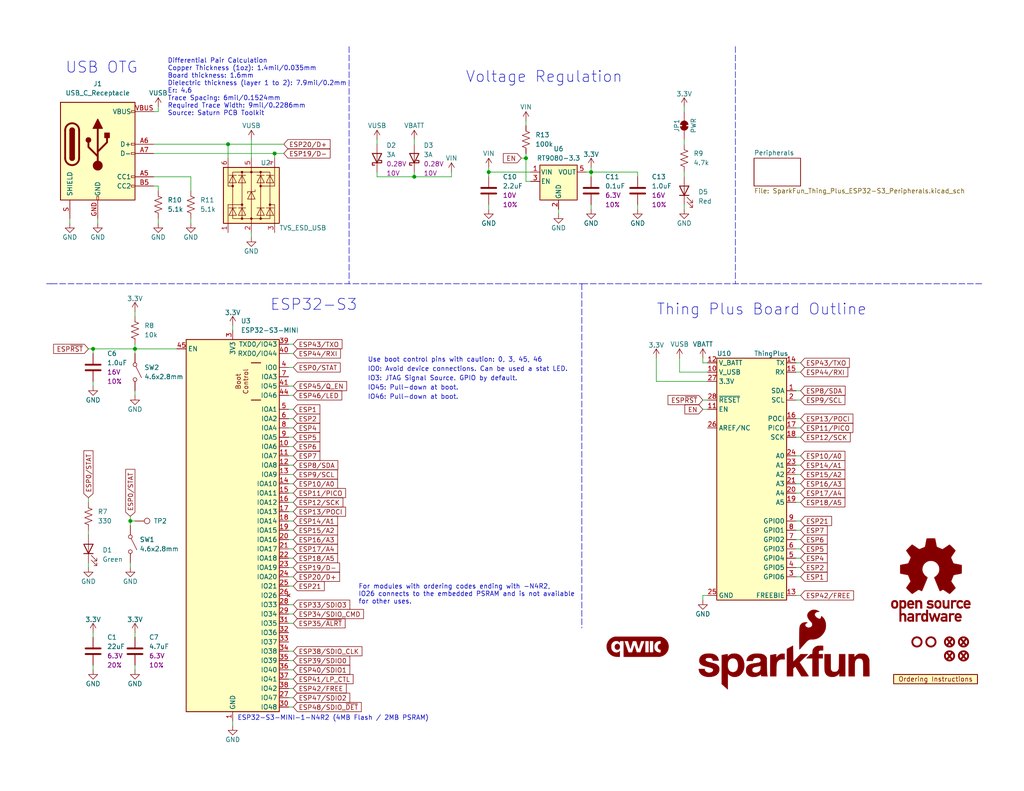
<source format=kicad_sch>
(kicad_sch (version 20230121) (generator eeschema)
  (paper "USLetter")
  (title_block (title "ESP32 Thing Plus ESP32-S3") (date "2023-07-28") (rev "v10") (comment 1 "Designed by: N.Seidle"))
  (junction (at 35.56 142.24))
  (junction (at 74.93 41.91))
  (junction (at 25.4 95.25))
  (junction (at 62.23 39.37))
  (junction (at 113.03 48.26))
  (junction (at 133.35 46.99))
  (junction (at 143.51 43.18))
  (junction (at 36.83 95.25))
  (junction (at 161.29 46.99))
  (wire (pts (xy 217.17 152.4) (xy 218.44 152.4)))
  (wire (pts (xy 43.18 60.96) (xy 43.18 59.69)))
  (wire (pts (xy 143.51 41.91) (xy 143.51 43.18)))
  (wire (pts (xy 218.44 134.62) (xy 217.17 134.62)))
  (wire (pts (xy 186.69 55.88) (xy 186.69 57.15)))
  (wire (pts (xy 161.29 45.72) (xy 161.29 46.99)))
  (wire (pts (xy 191.77 162.56) (xy 191.77 163.83)))
  (wire (pts (xy 78.74 107.95) (xy 80.01 107.95)))
  (wire (pts (xy 173.99 55.88) (xy 173.99 57.15)))
  (wire (pts (xy 74.93 41.91) (xy 77.47 41.91)))
  (wire (pts (xy 63.5 88.9) (xy 63.5 90.17)))
  (wire (pts (xy 217.17 101.6) (xy 218.44 101.6)))
  (wire (pts (xy 161.29 46.99) (xy 161.29 48.26)))
  (wire (pts (xy 185.42 101.6) (xy 185.42 97.79)))
  (wire (pts (xy 217.17 99.06) (xy 218.44 99.06)))
  (wire (pts (xy 217.17 144.78) (xy 218.44 144.78)))
  (wire (pts (xy 133.35 55.88) (xy 133.35 57.15)))
  (wire (pts (xy 102.87 46.99) (xy 102.87 48.26)))
  (wire (pts (xy 102.87 38.1) (xy 102.87 39.37)))
  (wire (pts (xy 78.74 134.62) (xy 80.01 134.62)))
  (wire (pts (xy 63.5 198.12) (xy 63.5 196.85)))
  (wire (pts (xy 78.74 193.04) (xy 80.01 193.04)))
  (wire (pts (xy 78.74 100.33) (xy 80.01 100.33)))
  (wire (pts (xy 78.74 127) (xy 80.01 127)))
  (wire (pts (xy 78.74 111.76) (xy 80.01 111.76)))
  (wire (pts (xy 78.74 144.78) (xy 80.01 144.78)))
  (wire (pts (xy 78.74 139.7) (xy 80.01 139.7)))
  (wire (pts (xy 78.74 116.84) (xy 80.01 116.84)))
  (wire (pts (xy 186.69 48.26) (xy 186.69 46.99)))
  (wire (pts (xy 36.83 142.24) (xy 35.56 142.24)))
  (wire (pts (xy 78.74 124.46) (xy 80.01 124.46)))
  (wire (pts (xy 78.74 160.02) (xy 80.01 160.02)))
  (wire (pts (xy 52.07 60.96) (xy 52.07 59.69)))
  (wire (pts (xy 43.18 50.8) (xy 43.18 52.07)))
  (wire (pts (xy 35.56 140.97) (xy 35.56 142.24)))
  (wire (pts (xy 78.74 93.98) (xy 80.01 93.98)))
  (wire (pts (xy 217.17 114.3) (xy 218.44 114.3)))
  (wire (pts (xy 36.83 85.09) (xy 36.83 86.36)))
  (wire (pts (xy 142.24 43.18) (xy 143.51 43.18)))
  (wire (pts (xy 78.74 182.88) (xy 80.01 182.88)))
  (wire (pts (xy 193.04 162.56) (xy 191.77 162.56)))
  (wire (pts (xy 186.69 39.37) (xy 186.69 38.1)))
  (wire (pts (xy 217.17 162.56) (xy 218.44 162.56)))
  (polyline (pts (xy 13.97 77.47) (xy 158.75 77.47)) (stroke (width 0) (type dash)))
  (wire (pts (xy 193.04 104.14) (xy 179.07 104.14)))
  (wire (pts (xy 217.17 149.86) (xy 218.44 149.86)))
  (wire (pts (xy 25.4 173.99) (xy 25.4 172.72)))
  (wire (pts (xy 78.74 157.48) (xy 80.01 157.48)))
  (wire (pts (xy 217.17 142.24) (xy 218.44 142.24)))
  (wire (pts (xy 191.77 99.06) (xy 191.77 97.79)))
  (polyline (pts (xy 158.75 77.47) (xy 267.97 77.47)) (stroke (width 0) (type dash)))
  (wire (pts (xy 218.44 137.16) (xy 217.17 137.16)))
  (wire (pts (xy 36.83 95.25) (xy 48.26 95.25)))
  (wire (pts (xy 218.44 129.54) (xy 217.17 129.54)))
  (wire (pts (xy 78.74 96.52) (xy 80.01 96.52)))
  (wire (pts (xy 24.13 135.89) (xy 24.13 137.16)))
  (wire (pts (xy 152.4 57.15) (xy 152.4 58.42)))
  (wire (pts (xy 102.87 48.26) (xy 113.03 48.26)))
  (wire (pts (xy 36.83 173.99) (xy 36.83 172.72)))
  (wire (pts (xy 41.91 50.8) (xy 43.18 50.8)))
  (wire (pts (xy 133.35 45.72) (xy 133.35 46.99)))
  (wire (pts (xy 78.74 152.4) (xy 80.01 152.4)))
  (polyline (pts (xy 158.75 77.47) (xy 158.75 171.45)) (stroke (width 0) (type dash)))
  (wire (pts (xy 24.13 144.78) (xy 24.13 146.05)))
  (wire (pts (xy 25.4 182.88) (xy 25.4 181.61)))
  (wire (pts (xy 143.51 33.02) (xy 143.51 34.29)))
  (wire (pts (xy 78.74 177.8) (xy 80.01 177.8)))
  (wire (pts (xy 25.4 95.25) (xy 25.4 96.52)))
  (wire (pts (xy 68.58 38.1) (xy 68.58 43.18)))
  (wire (pts (xy 78.74 105.41) (xy 80.01 105.41)))
  (wire (pts (xy 74.93 41.91) (xy 74.93 43.18)))
  (wire (pts (xy 217.17 154.94) (xy 218.44 154.94)))
  (wire (pts (xy 78.74 142.24) (xy 80.01 142.24)))
  (wire (pts (xy 133.35 46.99) (xy 144.78 46.99)))
  (wire (pts (xy 78.74 114.3) (xy 80.01 114.3)))
  (wire (pts (xy 78.74 165.1) (xy 80.01 165.1)))
  (wire (pts (xy 41.91 48.26) (xy 52.07 48.26)))
  (wire (pts (xy 186.69 29.21) (xy 186.69 30.48)))
  (wire (pts (xy 78.74 154.94) (xy 80.01 154.94)))
  (wire (pts (xy 36.83 182.88) (xy 36.83 181.61)))
  (wire (pts (xy 191.77 109.22) (xy 193.04 109.22)))
  (wire (pts (xy 24.13 95.25) (xy 25.4 95.25)))
  (wire (pts (xy 78.74 129.54) (xy 80.01 129.54)))
  (wire (pts (xy 217.17 116.84) (xy 218.44 116.84)))
  (wire (pts (xy 218.44 127) (xy 217.17 127)))
  (polyline (pts (xy 12.7 77.47) (xy 13.97 77.47)) (stroke (width 0) (type dash)))
  (wire (pts (xy 123.19 46.99) (xy 123.19 48.26)))
  (wire (pts (xy 193.04 101.6) (xy 185.42 101.6)))
  (wire (pts (xy 24.13 153.67) (xy 24.13 154.94)))
  (wire (pts (xy 217.17 119.38) (xy 218.44 119.38)))
  (wire (pts (xy 173.99 46.99) (xy 173.99 48.26)))
  (wire (pts (xy 52.07 48.26) (xy 52.07 52.07)))
  (wire (pts (xy 78.74 147.32) (xy 80.01 147.32)))
  (wire (pts (xy 78.74 121.92) (xy 80.01 121.92)))
  (wire (pts (xy 193.04 99.06) (xy 191.77 99.06)))
  (wire (pts (xy 25.4 104.14) (xy 25.4 105.41)))
  (wire (pts (xy 191.77 111.76) (xy 193.04 111.76)))
  (wire (pts (xy 26.67 59.69) (xy 26.67 60.96)))
  (wire (pts (xy 25.4 95.25) (xy 36.83 95.25)))
  (wire (pts (xy 160.02 46.99) (xy 161.29 46.99)))
  (wire (pts (xy 78.74 132.08) (xy 80.01 132.08)))
  (wire (pts (xy 43.18 29.21) (xy 43.18 30.48)))
  (wire (pts (xy 218.44 124.46) (xy 217.17 124.46)))
  (wire (pts (xy 36.83 95.25) (xy 36.83 96.52)))
  (wire (pts (xy 41.91 41.91) (xy 74.93 41.91)))
  (wire (pts (xy 62.23 39.37) (xy 62.23 43.18)))
  (wire (pts (xy 144.78 49.53) (xy 143.51 49.53)))
  (wire (pts (xy 78.74 185.42) (xy 80.01 185.42)))
  (wire (pts (xy 43.18 30.48) (xy 41.91 30.48)))
  (wire (pts (xy 36.83 95.25) (xy 36.83 93.98)))
  (wire (pts (xy 78.74 149.86) (xy 80.01 149.86)))
  (wire (pts (xy 78.74 167.64) (xy 80.01 167.64)))
  (polyline (pts (xy 95.25 12.7) (xy 95.25 77.47)) (stroke (width 0) (type dash)))
  (wire (pts (xy 78.74 187.96) (xy 80.01 187.96)))
  (wire (pts (xy 161.29 46.99) (xy 173.99 46.99)))
  (wire (pts (xy 133.35 46.99) (xy 133.35 48.26)))
  (wire (pts (xy 113.03 46.99) (xy 113.03 48.26)))
  (wire (pts (xy 35.56 142.24) (xy 35.56 143.51)))
  (wire (pts (xy 217.17 157.48) (xy 218.44 157.48)))
  (wire (pts (xy 19.05 59.69) (xy 19.05 60.96)))
  (polyline (pts (xy 200.66 12.7) (xy 200.66 77.47)) (stroke (width 0) (type dash)))
  (wire (pts (xy 143.51 43.18) (xy 143.51 49.53)))
  (wire (pts (xy 217.17 106.68) (xy 218.44 106.68)))
  (wire (pts (xy 41.91 39.37) (xy 62.23 39.37)))
  (wire (pts (xy 113.03 39.37) (xy 113.03 38.1)))
  (wire (pts (xy 78.74 170.18) (xy 80.01 170.18)))
  (wire (pts (xy 179.07 104.14) (xy 179.07 97.79)))
  (wire (pts (xy 78.74 137.16) (xy 80.01 137.16)))
  (wire (pts (xy 35.56 153.67) (xy 35.56 154.94)))
  (wire (pts (xy 78.74 180.34) (xy 80.01 180.34)))
  (wire (pts (xy 62.23 39.37) (xy 77.47 39.37)))
  (wire (pts (xy 217.17 109.22) (xy 218.44 109.22)))
  (wire (pts (xy 78.74 190.5) (xy 80.01 190.5)))
  (wire (pts (xy 36.83 107.95) (xy 36.83 106.68)))
  (wire (pts (xy 217.17 147.32) (xy 218.44 147.32)))
  (wire (pts (xy 113.03 48.26) (xy 123.19 48.26)))
  (wire (pts (xy 68.58 63.5) (xy 68.58 64.77)))
  (wire (pts (xy 161.29 55.88) (xy 161.29 57.15)))
  (wire (pts (xy 78.74 119.38) (xy 80.01 119.38)))
  (wire (pts (xy 218.44 132.08) (xy 217.17 132.08)))
  (text "Thing Plus Board Outline" (at 179.07 86.36 0) (effects (font (size 3 3)) (justify left bottom)))
  (text "ESP32-S3" (at 73.66 85.09 0) (effects (font (size 3 3)) (justify left bottom)))
  (text "IO46: Pull-down at boot." (at 100.33 109.22 0) (effects (font (size 1.27 1.27)) (justify left bottom)))
  (text "For modules with ordering codes ending with -N4R2, \nIO26 connects to the embedded PSRAM and is not available\nfor other uses." (at 97.79 165.1 0) (effects (font (size 1.27 1.27)) (justify left bottom)))
  (text "IO45: Pull-down at boot." (at 100.33 106.68 0) (effects (font (size 1.27 1.27)) (justify left bottom)))
  (text "IO3: JTAG Signal Source. GPIO by default." (at 100.33 104.14 0) (effects (font (size 1.27 1.27)) (justify left bottom)))
  (text "USB OTG" (at 17.78 20.32 0) (effects (font (size 3 3)) (justify left bottom)))
  (text "ESP32-S3-MINI-1-N4R2 (4MB Flash / 2MB PSRAM)" (at 64.77 196.85 0) (effects (font (size 1.27 1.27)) (justify left bottom)))
  (text "Voltage Regulation" (at 127 22.86 0) (effects (font (size 3 3)) (justify left bottom)))
  (text "IO0: Avoid device connections. Can be used a stat LED." (at 100.33 101.6 0) (effects (font (size 1.27 1.27)) (justify left bottom)))
  (text "Use boot control pins with caution: 0, 3, 45, 46" (at 100.33 99.06 0) (effects (font (size 1.27 1.27)) (justify left bottom)))
  (text "Differential Pair Calculation\nCopper Thickness (1oz): 1.4mil/0.035mm\nBoard thickness: 1.6mm\nDielectric thickness (layer 1 to 2): 7.9mil/0.2mm\nEr: 4.6\nTrace Spacing: 6mil/0.1524mm\nRequired Trace Width: 9mil/0.2286mm\nSource: Saturn PCB Toolkit" (at 45.72 31.75 0) (effects (font (size 1.27 1.27)) (justify left bottom)))
  (global_label "ESP18{slash}A5" (shape input) (at 218.44 137.16 0) (property "Intersheetrefs" "${INTERSHEET_REFS}" (effects hide)))
  (global_label "ESP1" (shape input) (at 80.01 111.76 0) (property "Intersheetrefs" "${INTERSHEET_REFS}" (effects hide)))
  (global_label "ESP2" (shape input) (at 218.44 154.94 0) (property "Intersheetrefs" "${INTERSHEET_REFS}" (effects hide)))
  (global_label "ESP8{slash}SDA" (shape input) (at 80.01 127 0) (property "Intersheetrefs" "${INTERSHEET_REFS}" (effects hide)))
  (global_label "ESP45{slash}Q_EN" (shape input) (at 80.01 105.41 0) (property "Intersheetrefs" "${INTERSHEET_REFS}" (effects hide)))
  (global_label "ESP4" (shape input) (at 80.01 116.84 0) (property "Intersheetrefs" "${INTERSHEET_REFS}" (effects hide)))
  (global_label "ESP17{slash}A4" (shape input) (at 80.01 149.86 0) (property "Intersheetrefs" "${INTERSHEET_REFS}" (effects hide)))
  (global_label "ESP5" (shape input) (at 218.44 149.86 0) (property "Intersheetrefs" "${INTERSHEET_REFS}" (effects hide)))
  (global_label "ESP35{slash}~{ALRT}" (shape input) (at 80.01 170.18 0) (property "Intersheetrefs" "${INTERSHEET_REFS}" (effects hide)))
  (global_label "ESP15{slash}A2" (shape input) (at 80.01 144.78 0) (property "Intersheetrefs" "${INTERSHEET_REFS}" (effects hide)))
  (global_label "ESP6" (shape input) (at 80.01 121.92 0) (property "Intersheetrefs" "${INTERSHEET_REFS}" (effects hide)))
  (global_label "ESP8{slash}SDA" (shape input) (at 218.44 106.68 0) (property "Intersheetrefs" "${INTERSHEET_REFS}" (effects hide)))
  (global_label "ESP18{slash}A5" (shape input) (at 80.01 152.4 0) (property "Intersheetrefs" "${INTERSHEET_REFS}" (effects hide)))
  (global_label "ESP48{slash}SDIO_~{DET}" (shape input) (at 80.01 193.04 0) (property "Intersheetrefs" "${INTERSHEET_REFS}" (effects hide)))
  (global_label "ESP40{slash}SDIO1" (shape input) (at 80.01 182.88 0) (property "Intersheetrefs" "${INTERSHEET_REFS}" (effects hide)))
  (global_label "ESP0{slash}STAT" (shape input) (at 35.56 140.97 90) (property "Intersheetrefs" "${INTERSHEET_REFS}" (effects hide)))
  (global_label "ESP41{slash}LP_CTL" (shape input) (at 80.01 185.42 0) (property "Intersheetrefs" "${INTERSHEET_REFS}" (effects hide)))
  (global_label "ESP15{slash}A2" (shape input) (at 218.44 129.54 0) (property "Intersheetrefs" "${INTERSHEET_REFS}" (effects hide)))
  (global_label "ESP6" (shape input) (at 218.44 147.32 0) (property "Intersheetrefs" "${INTERSHEET_REFS}" (effects hide)))
  (global_label "ESP~{RST}" (shape input) (at 191.77 109.22 180) (property "Intersheetrefs" "${INTERSHEET_REFS}" (effects hide)))
  (global_label "EN" (shape input) (at 142.24 43.18 180) (property "Intersheetrefs" "${INTERSHEET_REFS}" (effects hide)))
  (global_label "ESP14{slash}A1" (shape input) (at 80.01 142.24 0) (property "Intersheetrefs" "${INTERSHEET_REFS}" (effects hide)))
  (global_label "ESP14{slash}A1" (shape input) (at 218.44 127 0) (property "Intersheetrefs" "${INTERSHEET_REFS}" (effects hide)))
  (global_label "ESP43{slash}TXO" (shape input) (at 80.01 93.98 0) (property "Intersheetrefs" "${INTERSHEET_REFS}" (effects hide)))
  (global_label "ESP0{slash}STAT" (shape input) (at 80.01 100.33 0) (property "Intersheetrefs" "${INTERSHEET_REFS}" (effects hide)))
  (global_label "ESP7" (shape input) (at 218.44 144.78 0) (property "Intersheetrefs" "${INTERSHEET_REFS}" (effects hide)))
  (global_label "ESP19{slash}D-" (shape input) (at 80.01 154.94 0) (property "Intersheetrefs" "${INTERSHEET_REFS}" (effects hide)))
  (global_label "ESP33{slash}SDIO3" (shape input) (at 80.01 165.1 0) (property "Intersheetrefs" "${INTERSHEET_REFS}" (effects hide)))
  (global_label "ESP17{slash}A4" (shape input) (at 218.44 134.62 0) (property "Intersheetrefs" "${INTERSHEET_REFS}" (effects hide)))
  (global_label "ESP20{slash}D+" (shape input) (at 77.4299 39.37 0) (property "Intersheetrefs" "${INTERSHEET_REFS}" (effects hide)))
  (global_label "ESP34{slash}SDIO_CMD" (shape input) (at 80.01 167.64 0) (property "Intersheetrefs" "${INTERSHEET_REFS}" (effects hide)))
  (global_label "ESP21" (shape input) (at 80.01 160.02 0) (property "Intersheetrefs" "${INTERSHEET_REFS}" (effects hide)))
  (global_label "ESP0{slash}STAT" (shape input) (at 24.13 135.89 90) (property "Intersheetrefs" "${INTERSHEET_REFS}" (effects hide)))
  (global_label "ESP9{slash}SCL" (shape input) (at 218.44 109.22 0) (property "Intersheetrefs" "${INTERSHEET_REFS}" (effects hide)))
  (global_label "ESP7" (shape input) (at 80.01 124.46 0) (property "Intersheetrefs" "${INTERSHEET_REFS}" (effects hide)))
  (global_label "ESP1" (shape input) (at 218.44 157.48 0) (property "Intersheetrefs" "${INTERSHEET_REFS}" (effects hide)))
  (global_label "ESP9{slash}SCL" (shape input) (at 80.01 129.54 0) (property "Intersheetrefs" "${INTERSHEET_REFS}" (effects hide)))
  (global_label "ESP20{slash}D+" (shape input) (at 80.01 157.48 0) (property "Intersheetrefs" "${INTERSHEET_REFS}" (effects hide)))
  (global_label "ESP12{slash}SCK" (shape input) (at 80.01 137.16 0) (property "Intersheetrefs" "${INTERSHEET_REFS}" (effects hide)))
  (global_label "ESP10{slash}A0" (shape input) (at 80.01 132.08 0) (property "Intersheetrefs" "${INTERSHEET_REFS}" (effects hide)))
  (global_label "ESP47{slash}SDIO2" (shape input) (at 80.01 190.5 0) (property "Intersheetrefs" "${INTERSHEET_REFS}" (effects hide)))
  (global_label "ESP11{slash}PICO" (shape input) (at 80.01 134.62 0) (property "Intersheetrefs" "${INTERSHEET_REFS}" (effects hide)))
  (global_label "ESP16{slash}A3" (shape input) (at 80.01 147.32 0) (property "Intersheetrefs" "${INTERSHEET_REFS}" (effects hide)))
  (global_label "ESP44{slash}RXI" (shape input) (at 218.44 101.6 0) (property "Intersheetrefs" "${INTERSHEET_REFS}" (effects hide)))
  (global_label "ESP4" (shape input) (at 218.44 152.4 0) (property "Intersheetrefs" "${INTERSHEET_REFS}" (effects hide)))
  (global_label "ESP43{slash}TXO" (shape input) (at 218.44 99.06 0) (property "Intersheetrefs" "${INTERSHEET_REFS}" (effects hide)))
  (global_label "ESP46{slash}LED" (shape input) (at 80.01 107.95 0) (property "Intersheetrefs" "${INTERSHEET_REFS}" (effects hide)))
  (global_label "ESP12{slash}SCK" (shape input) (at 218.44 119.38 0) (property "Intersheetrefs" "${INTERSHEET_REFS}" (effects hide)))
  (global_label "ESP5" (shape input) (at 80.01 119.38 0) (property "Intersheetrefs" "${INTERSHEET_REFS}" (effects hide)))
  (global_label "ESP13{slash}POCI" (shape input) (at 80.01 139.7 0) (property "Intersheetrefs" "${INTERSHEET_REFS}" (effects hide)))
  (global_label "ESP39{slash}SDIO0" (shape input) (at 80.01 180.34 0) (property "Intersheetrefs" "${INTERSHEET_REFS}" (effects hide)))
  (global_label "ESP42{slash}FREE" (shape input) (at 218.44 162.56 0) (property "Intersheetrefs" "${INTERSHEET_REFS}" (effects hide)))
  (global_label "ESP13{slash}POCI" (shape input) (at 218.44 114.3 0) (property "Intersheetrefs" "${INTERSHEET_REFS}" (effects hide)))
  (global_label "ESP~{RST}" (shape input) (at 24.13 95.25 180) (property "Intersheetrefs" "${INTERSHEET_REFS}" (effects hide)))
  (global_label "ESP42{slash}FREE" (shape input) (at 80.01 187.96 0) (property "Intersheetrefs" "${INTERSHEET_REFS}" (effects hide)))
  (global_label "ESP21" (shape input) (at 218.44 142.24 0) (property "Intersheetrefs" "${INTERSHEET_REFS}" (effects hide)))
  (global_label "ESP44{slash}RXI" (shape input) (at 80.01 96.52 0) (property "Intersheetrefs" "${INTERSHEET_REFS}" (effects hide)))
  (global_label "ESP10{slash}A0" (shape input) (at 218.44 124.46 0) (property "Intersheetrefs" "${INTERSHEET_REFS}" (effects hide)))
  (global_label "ESP11{slash}PICO" (shape input) (at 218.44 116.84 0) (property "Intersheetrefs" "${INTERSHEET_REFS}" (effects hide)))
  (global_label "ESP2" (shape input) (at 80.01 114.3 0) (property "Intersheetrefs" "${INTERSHEET_REFS}" (effects hide)))
  (global_label "EN" (shape input) (at 191.77 111.76 180) (property "Intersheetrefs" "${INTERSHEET_REFS}" (effects hide)))
  (global_label "ESP16{slash}A3" (shape input) (at 218.44 132.08 0) (property "Intersheetrefs" "${INTERSHEET_REFS}" (effects hide)))
  (global_label "ESP38{slash}SDIO_CLK" (shape input) (at 80.01 177.8 0) (property "Intersheetrefs" "${INTERSHEET_REFS}" (effects hide)))
  (global_label "ESP19{slash}D-" (shape input) (at 77.4299 41.91 0) (property "Intersheetrefs" "${INTERSHEET_REFS}" (effects hide)))
  (symbol (lib_id "SparkFun-Aesthetic:Ordering_Instructions") (at 254 185.42 0) (unit 1)
    (property "Reference" "U9" (effects hide))
    (property "Footprint" "SparkFun-Aesthetic:ORDERING_INSTRUCTIONS" (effects hide))
  )
  (symbol (lib_id "SparkFun-Aesthetic:OSHW_Logo") (at 254 162.56 0) (unit 1) (in_bom no)
    (property "Reference" "G3" (effects hide))
    (property "Value" "OSHW_Logo" (effects hide))
    (property "Footprint" "SparkFun-Aesthetic:Creative_Commons_License" (effects hide))
  )
  (symbol (lib_id "SparkFun-Resistor:100k_0402") (at 143.51 38.1 90) (unit 1)
    (property "Reference" "R13" (at 146.05 36.83 90) (effects (justify right)))
    (property "Value" "100k" (at 146.05 39.37 90) (effects (justify right)))
    (property "Footprint" "SparkFun-Resistor:R_0402_1005Metric" (effects hide))
    (property "Datasheet" "https://www.vishay.com/docs/20035/dcrcwe3.pdf" (effects hide))
    (property "PROD_ID" "RES-13495" (effects hide))
  )
  (symbol (lib_id "SparkFun-Connector:TestPoint_1.0mm") (at 36.83 142.24 270) (unit 1)
    (property "Reference" "TP2" (at 41.91 142.24 90) (effects (justify left)))
    (property "Value" "1.0mm" (effects hide))
    (property "Footprint" "SparkFun-Connector:TestPoint-1.0mm" (effects hide))
  )
  (symbol (lib_id "SparkFun-Aesthetic:qwiic_Logo") (at 173.99 176.53 0) (unit 1) (on_board no)
    (property "Reference" "G1" (effects hide))
    (property "Value" "qwiic_Logo" (effects hide))
  )
  (symbol (lib_id "SparkFun-PowerSymbol:GND") (at 24.13 154.94 0) (unit 1)
    (property "Reference" "#PWR0117" (effects hide))
    (property "Value" "GND" (at 24.13 158.75 0))
  )
  (symbol (lib_id "SparkFun-PowerSymbol:GND") (at 25.4 105.41 0) (unit 1)
    (property "Reference" "#PWR0113" (effects hide))
    (property "Value" "GND" (at 25.4 109.22 0))
  )
  (symbol (lib_id "SparkFun-Capacitor:22uF_0603_6.3V_20%") (at 25.4 177.8 180) (unit 1)
    (property "Reference" "C1" (at 29.21 173.99 0) (effects (justify right)))
    (property "Value" "22uF" (at 29.21 176.53 0) (effects (justify right)))
    (property "Footprint" "SparkFun-Capacitor:C_0603_1608Metric" (effects hide))
    (property "Datasheet" "https://cdn.sparkfun.com/assets/8/a/4/a/5/Kemet_Capacitor_Datasheet.pdf" (effects hide))
    (property "PROD_ID" "CAP-14464" (effects hide))
    (property "Voltage" "6.3V" (at 29.21 179.07 0) (effects (justify right)))
    (property "Tolerance" "20%" (at 29.21 181.61 0) (effects (justify right)))
  )
  (symbol (lib_id "SparkFun-PowerSymbol:GND") (at 26.67 60.96 0) (unit 1)
    (property "Reference" "#PWR0104" (effects hide))
    (property "Value" "GND" (at 26.67 64.77 0))
  )
  (symbol (lib_id "SparkFun-PowerSymbol:GND") (at 68.58 64.77 0) (unit 1)
    (property "Reference" "#PWR0101" (effects hide))
    (property "Value" "GND" (at 68.58 68.58 0))
  )
  (symbol (lib_id "SparkFun-PowerSymbol:GND") (at 173.99 57.15 0) (unit 1)
    (property "Reference" "#PWR0111" (effects hide))
    (property "Value" "GND" (at 173.99 60.96 0))
  )
  (symbol (lib_id "SparkFun-PowerSymbol:GND") (at 161.29 57.15 0) (unit 1)
    (property "Reference" "#PWR0110" (effects hide))
    (property "Value" "GND" (at 161.29 60.96 0))
  )
  (symbol (lib_id "SparkFun-Aesthetic:Fiducial_0.5mm") (at 262.89 175.26 0) (unit 1)
    (property "Reference" "FID1" (effects hide))
    (property "Value" "Fiducial_0.5" (effects hide))
    (property "Footprint" "SparkFun-Aesthetic:Fiducial_0.5mm_Mask1mm" (effects hide))
  )
  (symbol (lib_id "SparkFun-PowerSymbol:GND") (at 133.35 57.15 0) (unit 1)
    (property "Reference" "#PWR0126" (effects hide))
    (property "Value" "GND" (at 133.35 60.96 0))
  )
  (symbol (lib_id "SparkFun-PowerSymbol:VIN") (at 133.35 45.72 0) (unit 1)
    (property "Reference" "#PWR0124" (effects hide))
    (property "Value" "VIN" (at 133.35 41.91 0))
  )
  (symbol (lib_id "SparkFun-Aesthetic:Fiducial_0.5mm") (at 262.89 179.07 0) (unit 1)
    (property "Reference" "FID4" (effects hide))
    (property "Value" "Fiducial_0.5" (effects hide))
    (property "Footprint" "SparkFun-Aesthetic:Fiducial_0.5mm_Mask1mm" (effects hide))
  )
  (symbol (lib_id "SparkFun-Regulator:RT9080-3.3") (at 152.4 49.53 0) (unit 1)
    (property "Reference" "U6" (at 152.4 40.64 0))
    (property "Value" "RT9080-3.3" (at 152.4 43.18 0))
    (property "Footprint" "SparkFun-Semiconductor-Standard:SOT23-5" (effects hide))
    (property "Datasheet" "https://www.richtek.com/SaveDownload.aspx?specid=RT9080" (effects hide))
    (property "PROD_ID" "VREG-19034" (effects hide))
    (property "VMax" "6V" (effects hide))
    (property "Imax" "600mA" (effects hide))
    (property "Iq" "4µA" (effects hide))
  )
  (symbol (lib_id "SparkFun-PowerSymbol:GND") (at 25.4 182.88 0) (unit 1)
    (property "Reference" "#PWR0115" (effects hide))
    (property "Value" "GND" (at 25.4 186.69 0))
  )
  (symbol (lib_id "SparkFun-Switch:SPST_Momentary_SMD_4.6x2.8mm_h2.5mm") (at 36.83 101.6 270) (unit 1)
    (property "Reference" "SW2" (at 39.37 100.33 90) (effects (justify left)))
    (property "Value" "4.6x2.8mm" (at 39.37 102.87 90) (effects (justify left)))
    (property "Footprint" "SparkFun-Switch:Momentary_SMD_4.6x2.8mm_h2.5mm" (effects hide))
    (property "PROD_ID" "SWCH-15606" (effects hide))
  )
  (symbol (lib_id "SparkFun-Resistor:5.1k_0402") (at 52.07 55.88 90) (unit 1)
    (property "Reference" "R11" (at 54.61 54.61 90) (effects (justify right)))
    (property "Value" "5.1k" (at 54.61 57.15 90) (effects (justify right)))
    (property "Footprint" "SparkFun-Resistor:R_0402_1005Metric" (effects hide))
    (property "Datasheet" "https://www.vishay.com/docs/20035/dcrcwe3.pdf" (effects hide))
    (property "PROD_ID" "RES-14340" (effects hide))
  )
  (symbol (lib_id "SparkFun-PowerSymbol:VBATT") (at 191.77 97.79 0) (unit 1)
    (property "Reference" "#PWR01" (effects hide))
    (property "Value" "VBATT" (at 191.77 93.98 0))
  )
  (symbol (lib_id "SparkFun-PowerSymbol:VUSB") (at 43.18 29.21 0) (unit 1)
    (property "Reference" "#PWR018" (effects hide))
    (property "Value" "VUSB" (at 43.18 25.4 0))
  )
  (symbol (lib_id "SparkFun-LED:LED_Red_0603") (at 186.69 52.07 90) (unit 1)
    (property "Reference" "D5" (at 190.5 52.3875 90) (effects (justify right)))
    (property "Value" "Red" (at 190.5 54.9275 90) (effects (justify right)))
    (property "Footprint" "SparkFun-LED:LED_0603_1608Metric" (effects hide))
    (property "Datasheet" "https://docs.broadcom.com/docs/AV02-0551EN" (effects hide))
    (property "PROD_ID" "DIO-17976" (effects hide))
  )
  (symbol (lib_id "SparkFun-Capacitor:1.0uF_0402_16V_10%") (at 25.4 100.33 0) (unit 1)
    (property "Reference" "C6" (at 29.21 96.52 0) (effects (justify left)))
    (property "Value" "1.0uF" (at 29.21 99.06 0) (effects (justify left)))
    (property "Footprint" "SparkFun-Capacitor:C_0402_1005Metric" (effects hide))
    (property "Datasheet" "https://cdn.sparkfun.com/assets/8/a/4/a/5/Kemet_Capacitor_Datasheet.pdf" (effects hide))
    (property "PROD_ID" "CAP-14969" (effects hide))
    (property "Voltage" "16V" (at 29.21 101.6 0) (effects (justify left)))
    (property "Tolerance" "10%" (at 29.21 104.14 0) (effects (justify left)))
  )
  (symbol (lib_id "SparkFun-PowerSymbol:GND") (at 36.83 182.88 0) (unit 1)
    (property "Reference" "#PWR0120" (effects hide))
    (property "Value" "GND" (at 36.83 186.69 0))
  )
  (symbol (lib_id "SparkFun-Resistor:10k_0402") (at 36.83 90.17 90) (unit 1)
    (property "Reference" "R8" (at 39.37 88.9 90) (effects (justify right)))
    (property "Value" "10k" (at 39.37 91.44 90) (effects (justify right)))
    (property "Footprint" "SparkFun-Resistor:R_0402_1005Metric" (effects hide))
    (property "Datasheet" "https://www.vishay.com/docs/20035/dcrcwe3.pdf" (effects hide))
    (property "PROD_ID" "RES-14241" (effects hide))
  )
  (symbol (lib_id "SparkFun-Jumper:SolderJumper_2_Bridged") (at 186.69 34.29 90) (unit 1)
    (property "Reference" "JP1" (at 184.658 34.29 0))
    (property "Value" "PWR" (at 189.23 34.29 0))
    (property "Footprint" "SparkFun-Jumper:SMT-JUMPER_2_NC_TRACE_SILK" (effects hide))
  )
  (symbol (lib_id "SparkFun-PowerSymbol:GND") (at 36.83 107.95 0) (unit 1)
    (property "Reference" "#PWR0121" (effects hide))
    (property "Value" "GND" (at 36.83 111.76 0))
  )
  (symbol (lib_id "SparkFun-DiscreteSemi:D_TVS_ESD_USB") (at 68.58 52.07 0) (unit 1)
    (property "Reference" "U2" (at 71.12 44.45 0) (effects (justify left)))
    (property "Value" "TVS_ESD_USB" (at 76.2 62.23 0) (effects (justify left)))
    (property "Footprint" "SparkFun-Semiconductor-Standard:SOT23-6" (effects hide))
    (property "Datasheet" "https://www.diodes.com/assets/Datasheets/DT1042-04SO.pdf" (effects hide))
    (property "PROD_ID" "IC-13538" (effects hide))
  )
  (symbol (lib_id "SparkFun-PowerSymbol:GND") (at 152.4 58.42 0) (unit 1)
    (property "Reference" "#PWR0125" (effects hide))
    (property "Value" "GND" (at 152.4 62.23 0))
  )
  (symbol (lib_id "SparkFun-PowerSymbol:GND") (at 19.05 60.96 0) (unit 1)
    (property "Reference" "#PWR0103" (effects hide))
    (property "Value" "GND" (at 19.05 64.77 0))
  )
  (symbol (lib_id "SparkFun-Hardware:Stand_off") (at 250.19 175.26 0) (unit 1)
    (property "Reference" "ST1" (effects hide))
    (property "Value" "Stand_off" (effects hide))
    (property "Footprint" "SparkFun-Hardware:STAND-OFF" (effects hide))
  )
  (symbol (lib_id "SparkFun-Connector:USB_C_Receptacle") (at 26.67 39.37 0) (unit 1)
    (property "Reference" "J1" (at 26.67 22.86 0))
    (property "Value" "USB_C_Receptacle" (at 26.67 25.4 0))
    (property "Footprint" "SparkFun-Connector:USB-C-16P" (effects hide))
    (property "Datasheet" "https://www.usb.org/sites/default/files/documents/usb_type-c.zip" (effects hide))
    (property "PROD_ID" "CONN-14122" (effects hide))
  )
  (symbol (lib_id "SparkFun-DiscreteSemi:D_Schottky_3A_10V_0.28V") (at 102.87 43.18 90) (unit 1)
    (property "Reference" "D2" (at 105.41 39.6875 90) (effects (justify right)))
    (property "Value" "3A" (at 105.41 42.2275 90) (effects (justify right)))
    (property "Footprint" "SparkFun-Semiconductor-Standard:SOD-323" (effects hide))
    (property "Datasheet" "https://www.infineon.com/dgdl/bat60aseries.pdf?folderId=db3a304313d846880113def5812204a1&fileId=db3a304313d846880113def70c9304a9" (effects hide))
    (property "PROD_ID" "DIO-14072" (effects hide))
    (property "VDrop" "0.28V" (at 105.41 44.7675 90) (effects (justify right)))
    (property "VMax" "10V" (at 105.41 47.3075 90) (effects (justify right)))
  )
  (symbol (lib_id "SparkFun-PowerSymbol:3.3V") (at 161.29 45.72 0) (unit 1)
    (property "Reference" "#PWR0106" (effects hide))
    (property "Value" "3.3V" (at 161.29 42.164 0))
  )
  (symbol (lib_id "SparkFun-Capacitor:4.7uF_0402_6.3V_10%") (at 36.83 177.8 0) (unit 1)
    (property "Reference" "C7" (at 40.64 173.99 0) (effects (justify left)))
    (property "Value" "4.7uF" (at 40.64 176.53 0) (effects (justify left)))
    (property "Footprint" "SparkFun-Capacitor:C_0402_1005Metric" (effects hide))
    (property "Datasheet" "https://cdn.sparkfun.com/assets/8/a/4/a/5/Kemet_Capacitor_Datasheet.pdf" (effects hide))
    (property "PROD_ID" "CAP-14240" (effects hide))
    (property "Voltage" "6.3V" (at 40.64 179.07 0) (effects (justify left)))
    (property "Tolerance" "10%" (at 40.64 181.61 0) (effects (justify left)))
  )
  (symbol (lib_id "SparkFun-PowerSymbol:3.3V") (at 186.69 29.21 0) (unit 1)
    (property "Reference" "#PWR0108" (effects hide))
    (property "Value" "3.3V" (at 186.69 25.654 0))
  )
  (symbol (lib_id "SparkFun-PowerSymbol:GND") (at 63.5 198.12 0) (unit 1)
    (property "Reference" "#PWR0122" (effects hide))
    (property "Value" "GND" (at 63.5 201.93 0))
  )
  (symbol (lib_id "SparkFun-Hardware:Stand_off") (at 254 175.26 0) (unit 1)
    (property "Reference" "ST3" (effects hide))
    (property "Value" "Stand_off" (effects hide))
    (property "Footprint" "SparkFun-Hardware:STAND-OFF" (effects hide))
  )
  (symbol (lib_id "SparkFun-PowerSymbol:VIN") (at 123.19 46.99 0) (unit 1)
    (property "Reference" "#PWR0127" (effects hide))
    (property "Value" "VIN" (at 123.19 43.18 0))
  )
  (symbol (lib_id "SparkFun-PowerSymbol:GND") (at 191.77 163.83 0) (unit 1)
    (property "Reference" "#PWR0128" (effects hide))
    (property "Value" "GND" (at 191.77 167.64 0))
  )
  (symbol (lib_id "SparkFun-Board:ThingPlus") (at 205.74 129.54 0) (unit 1)
    (property "Reference" "U10" (at 195.58 96.52 0) (effects (justify left)))
    (property "Value" "ThingPlus" (at 205.74 96.52 0) (effects (justify left)))
    (property "Footprint" "SparkFun-Board:ThingPlus" (effects hide))
  )
  (symbol (lib_id "SparkFun-PowerSymbol:3.3V") (at 25.4 172.72 0) (unit 1)
    (property "Reference" "#PWR0116" (effects hide))
    (property "Value" "3.3V" (at 25.4 169.164 0))
  )
  (symbol (lib_id "SparkFun-Capacitor:2.2uF_0402_10V_10%") (at 133.35 52.07 0) (unit 1)
    (property "Reference" "C10" (at 137.16 48.26 0) (effects (justify left)))
    (property "Value" "2.2uF" (at 137.16 50.8 0) (effects (justify left)))
    (property "Footprint" "SparkFun-Capacitor:C_0402_1005Metric" (effects hide))
    (property "Datasheet" "https://cdn.sparkfun.com/assets/8/a/4/a/5/Kemet_Capacitor_Datasheet.pdf" (effects hide))
    (property "PROD_ID" "CAP-14232" (effects hide))
    (property "Voltage" "10V" (at 137.16 53.34 0) (effects (justify left)))
    (property "Tolerance" "10%" (at 137.16 55.88 0) (effects (justify left)))
  )
  (symbol (lib_id "SparkFun-PowerSymbol:VUSB") (at 102.87 38.1 0) (unit 1)
    (property "Reference" "#PWR021" (effects hide))
    (property "Value" "VUSB" (at 102.87 34.29 0))
  )
  (symbol (lib_id "SparkFun-PowerSymbol:VUSB") (at 68.58 38.1 0) (unit 1)
    (property "Reference" "#PWR012" (effects hide))
    (property "Value" "VUSB" (at 68.58 34.29 0))
  )
  (symbol (lib_id "SparkFun-Capacitor:1.0uF_0402_16V_10%") (at 173.99 52.07 0) (unit 1)
    (property "Reference" "C13" (at 177.8 48.26 0) (effects (justify left)))
    (property "Value" "1.0uF" (at 177.8 50.8 0) (effects (justify left)))
    (property "Footprint" "SparkFun-Capacitor:C_0402_1005Metric" (effects hide))
    (property "Datasheet" "https://cdn.sparkfun.com/assets/8/a/4/a/5/Kemet_Capacitor_Datasheet.pdf" (effects hide))
    (property "PROD_ID" "CAP-14969" (effects hide))
    (property "Voltage" "16V" (at 177.8 53.34 0) (effects (justify left)))
    (property "Tolerance" "10%" (at 177.8 55.88 0) (effects (justify left)))
  )
  (symbol (lib_id "SparkFun-PowerSymbol:VBATT") (at 113.03 38.1 0) (unit 1)
    (property "Reference" "#PWR0114" (effects hide))
    (property "Value" "VBATT" (at 113.03 34.29 0))
  )
  (symbol (lib_id "SparkFun-PowerSymbol:VUSB") (at 185.42 97.79 0) (unit 1)
    (property "Reference" "#PWR02" (effects hide))
    (property "Value" "VUSB" (at 185.42 93.98 0))
  )
  (symbol (lib_id "SparkFun-Aesthetic:Fiducial_0.5mm") (at 259.08 175.26 0) (unit 1)
    (property "Reference" "FID2" (effects hide))
    (property "Value" "Fiducial_0.5" (effects hide))
    (property "Footprint" "SparkFun-Aesthetic:Fiducial_0.5mm_Mask1mm" (effects hide))
  )
  (symbol (lib_id "SparkFun-Resistor:330_0402") (at 24.13 140.97 90) (unit 1)
    (property "Reference" "R7" (at 26.67 139.7 90) (effects (justify right)))
    (property "Value" "330" (at 26.67 142.24 90) (effects (justify right)))
    (property "Footprint" "SparkFun-Resistor:R_0402_1005Metric" (effects hide))
    (property "Datasheet" "https://www.vishay.com/docs/20035/dcrcwe3.pdf" (effects hide))
    (property "PROD_ID" "RES-15187" (effects hide))
  )
  (symbol (lib_id "SparkFun-PowerSymbol:3.3V") (at 36.83 85.09 0) (unit 1)
    (property "Reference" "#PWR0123" (effects hide))
    (property "Value" "3.3V" (at 36.83 81.534 0))
  )
  (symbol (lib_id "SparkFun-PowerSymbol:VIN") (at 143.51 33.02 0) (unit 1)
    (property "Reference" "#PWR0107" (effects hide))
    (property "Value" "VIN" (at 143.51 29.21 0))
  )
  (symbol (lib_id "SparkFun-PowerSymbol:3.3V") (at 63.5 88.9 0) (unit 1)
    (property "Reference" "#PWR0112" (effects hide))
    (property "Value" "3.3V" (at 63.5 85.344 0))
  )
  (symbol (lib_id "SparkFun-DiscreteSemi:D_Schottky_3A_10V_0.28V") (at 113.03 43.18 90) (unit 1)
    (property "Reference" "D3" (at 115.57 39.6875 90) (effects (justify right)))
    (property "Value" "3A" (at 115.57 42.2275 90) (effects (justify right)))
    (property "Footprint" "SparkFun-Semiconductor-Standard:SOD-323" (effects hide))
    (property "Datasheet" "https://www.infineon.com/dgdl/bat60aseries.pdf?folderId=db3a304313d846880113def5812204a1&fileId=db3a304313d846880113def70c9304a9" (effects hide))
    (property "PROD_ID" "DIO-14072" (effects hide))
    (property "VDrop" "0.28V" (at 115.57 44.7675 90) (effects (justify right)))
    (property "VMax" "10V" (at 115.57 47.3075 90) (effects (justify right)))
  )
  (symbol (lib_id "SparkFun-PowerSymbol:3.3V") (at 36.83 172.72 0) (unit 1)
    (property "Reference" "#PWR0119" (effects hide))
    (property "Value" "3.3V" (at 36.83 169.164 0))
  )
  (symbol (lib_id "SparkFun-Capacitor:0.1uF_0402_6.3V_10%") (at 161.29 52.07 0) (unit 1)
    (property "Reference" "C11" (at 165.1 48.26 0) (effects (justify left)))
    (property "Value" "0.1uF" (at 165.1 50.8 0) (effects (justify left)))
    (property "Footprint" "SparkFun-Capacitor:C_0402_1005Metric" (effects hide))
    (property "Datasheet" "https://cdn.sparkfun.com/assets/8/a/4/a/5/Kemet_Capacitor_Datasheet.pdf" (effects hide))
    (property "PROD_ID" "CAP-14993" (effects hide))
    (property "Voltage" "6.3V" (at 165.1 53.34 0) (effects (justify left)))
    (property "Tolerance" "10%" (at 165.1 55.88 0) (effects (justify left)))
  )
  (symbol (lib_id "SparkFun-PowerSymbol:GND") (at 52.07 60.96 0) (unit 1)
    (property "Reference" "#PWR0105" (effects hide))
    (property "Value" "GND" (at 52.07 64.77 0))
  )
  (symbol (lib_id "SparkFun-Resistor:5.1k_0402") (at 43.18 55.88 270) (unit 1)
    (property "Reference" "R10" (at 45.72 54.61 90) (effects (justify left)))
    (property "Value" "5.1k" (at 45.72 57.15 90) (effects (justify left)))
    (property "Footprint" "SparkFun-Resistor:R_0402_1005Metric" (effects hide))
    (property "Datasheet" "https://www.vishay.com/docs/20035/dcrcwe3.pdf" (effects hide))
    (property "PROD_ID" "RES-14340" (effects hide))
  )
  (symbol (lib_id "SparkFun-PowerSymbol:GND") (at 43.18 60.96 0) (unit 1)
    (property "Reference" "#PWR0102" (effects hide))
    (property "Value" "GND" (at 43.18 64.77 0))
  )
  (symbol (lib_id "SparkFun-LED:LED_Green_0603") (at 24.13 149.86 90) (unit 1)
    (property "Reference" "D1" (at 27.94 150.1775 90) (effects (justify right)))
    (property "Value" "Green" (at 27.94 152.7175 90) (effects (justify right)))
    (property "Footprint" "SparkFun-LED:LED_0603_1608Metric" (effects hide))
    (property "Datasheet" "https://docs.broadcom.com/docs/AV02-0551EN" (effects hide))
    (property "PROD_ID" "DIO-00821" (effects hide))
  )
  (symbol (lib_id "SparkFun-Aesthetic:SparkFun_Logo") (at 213.36 181.61 0) (unit 1) (on_board no)
    (property "Reference" "G2" (effects hide))
    (property "Value" "SparkFun_Logo" (effects hide))
  )
  (symbol (lib_id "SparkFun-Aesthetic:Fiducial_0.5mm") (at 259.08 179.07 0) (unit 1)
    (property "Reference" "FID3" (effects hide))
    (property "Value" "Fiducial_0.5" (effects hide))
    (property "Footprint" "SparkFun-Aesthetic:Fiducial_0.5mm_Mask1mm" (effects hide))
  )
  (symbol (lib_id "SparkFun-Switch:SPST_Momentary_SMD_4.6x2.8mm_h2.5mm") (at 35.56 148.59 270) (unit 1)
    (property "Reference" "SW1" (at 38.1 147.32 90) (effects (justify left)))
    (property "Value" "4.6x2.8mm" (at 38.1 149.86 90) (effects (justify left)))
    (property "Footprint" "SparkFun-Switch:Momentary_SMD_4.6x2.8mm_h2.5mm" (effects hide))
    (property "PROD_ID" "SWCH-15606" (effects hide))
  )
  (symbol (lib_id "SparkFun-PowerSymbol:3.3V") (at 179.07 97.79 0) (unit 1)
    (property "Reference" "#PWR0129" (effects hide))
    (property "Value" "3.3V" (at 179.07 94.234 0))
  )
  (symbol (lib_id "SparkFun-PowerSymbol:GND") (at 35.56 154.94 0) (unit 1)
    (property "Reference" "#PWR0118" (effects hide))
    (property "Value" "GND" (at 35.56 158.75 0))
  )
  (symbol (lib_id "SparkFun-PowerSymbol:GND") (at 186.69 57.15 0) (unit 1)
    (property "Reference" "#PWR0109" (effects hide))
    (property "Value" "GND" (at 186.69 60.96 0))
  )
  (symbol (lib_id "SparkFun-RF:ESP32-S3-MINI") (at 63.5 139.7 0) (unit 1)
    (property "Reference" "U3" (at 65.6941 87.63 0) (effects (justify left)))
    (property "Value" "ESP32-S3-MINI" (at 65.6941 90.17 0) (effects (justify left)))
    (property "Footprint" "SparkFun-RF:ESP32-MINI" (effects hide))
    (property "Datasheet" "https://www.espressif.com/sites/default/files/documentation/esp32-s3-mini-1_mini-1u_datasheet_en.pdf" (effects hide))
    (property "PROD_ID" "IC-20979" (effects hide))
  )
  (symbol (lib_id "SparkFun-Resistor:4.7k_0402") (at 186.69 43.18 90) (unit 1)
    (property "Reference" "R9" (at 189.23 41.91 90) (effects (justify right)))
    (property "Value" "4.7k" (at 189.23 44.45 90) (effects (justify right)))
    (property "Footprint" "SparkFun-Resistor:R_0402_1005Metric" (effects hide))
    (property "Datasheet" "https://www.vishay.com/docs/20035/dcrcwe3.pdf" (effects hide))
    (property "PROD_ID" "RES-15343" (effects hide))
  )
  (sheet (at 205.74 43.18) (size 12.7 7.62) (stroke (width 0.1524))
    (property "Sheetname" "Peripherals" (at 205.74 42.4684 0) (effects (justify left bottom)))
    (property "Sheetfile" "SparkFun_Thing_Plus_ESP32-S3_Peripherals.kicad_sch" (at 205.74 51.3846 0) (effects (justify left top)))
  )
)
</source>
